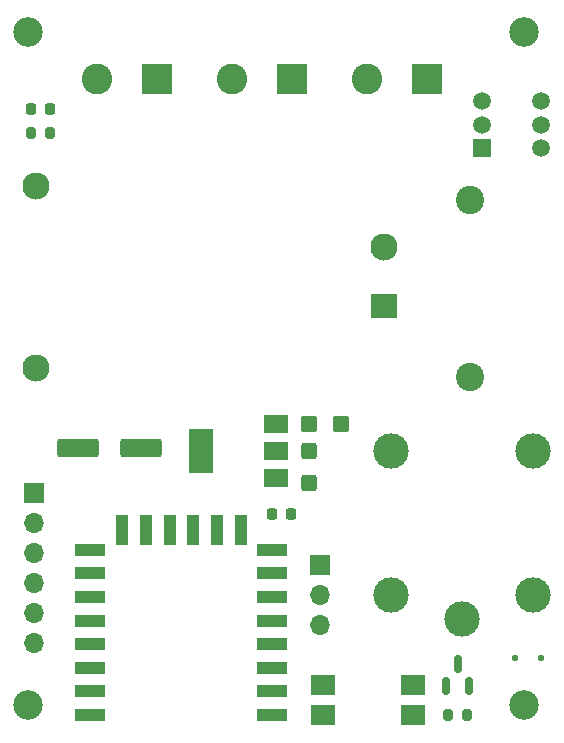
<source format=gts>
G04 #@! TF.GenerationSoftware,KiCad,Pcbnew,7.0.8*
G04 #@! TF.CreationDate,2024-05-10T00:52:19-03:00*
G04 #@! TF.ProjectId,on_off_module_x1,6f6e5f6f-6666-45f6-9d6f-64756c655f78,1.0*
G04 #@! TF.SameCoordinates,Original*
G04 #@! TF.FileFunction,Soldermask,Top*
G04 #@! TF.FilePolarity,Negative*
%FSLAX46Y46*%
G04 Gerber Fmt 4.6, Leading zero omitted, Abs format (unit mm)*
G04 Created by KiCad (PCBNEW 7.0.8) date 2024-05-10 00:52:19*
%MOMM*%
%LPD*%
G01*
G04 APERTURE LIST*
G04 Aperture macros list*
%AMRoundRect*
0 Rectangle with rounded corners*
0 $1 Rounding radius*
0 $2 $3 $4 $5 $6 $7 $8 $9 X,Y pos of 4 corners*
0 Add a 4 corners polygon primitive as box body*
4,1,4,$2,$3,$4,$5,$6,$7,$8,$9,$2,$3,0*
0 Add four circle primitives for the rounded corners*
1,1,$1+$1,$2,$3*
1,1,$1+$1,$4,$5*
1,1,$1+$1,$6,$7*
1,1,$1+$1,$8,$9*
0 Add four rect primitives between the rounded corners*
20,1,$1+$1,$2,$3,$4,$5,0*
20,1,$1+$1,$4,$5,$6,$7,0*
20,1,$1+$1,$6,$7,$8,$9,0*
20,1,$1+$1,$8,$9,$2,$3,0*%
G04 Aperture macros list end*
%ADD10RoundRect,0.225000X-0.225000X-0.250000X0.225000X-0.250000X0.225000X0.250000X-0.225000X0.250000X0*%
%ADD11RoundRect,0.150000X0.150000X-0.587500X0.150000X0.587500X-0.150000X0.587500X-0.150000X-0.587500X0*%
%ADD12C,2.500000*%
%ADD13RoundRect,0.125000X0.125000X0.125000X-0.125000X0.125000X-0.125000X-0.125000X0.125000X-0.125000X0*%
%ADD14R,1.700000X1.700000*%
%ADD15O,1.700000X1.700000*%
%ADD16RoundRect,0.218750X0.218750X0.256250X-0.218750X0.256250X-0.218750X-0.256250X0.218750X-0.256250X0*%
%ADD17C,3.000000*%
%ADD18C,2.600000*%
%ADD19R,2.600000X2.600000*%
%ADD20R,2.000000X1.500000*%
%ADD21R,2.000000X3.800000*%
%ADD22RoundRect,0.200000X-0.200000X-0.275000X0.200000X-0.275000X0.200000X0.275000X-0.200000X0.275000X0*%
%ADD23RoundRect,0.250000X-0.425000X0.450000X-0.425000X-0.450000X0.425000X-0.450000X0.425000X0.450000X0*%
%ADD24R,2.500000X1.100000*%
%ADD25R,1.100000X2.500000*%
%ADD26C,2.400000*%
%ADD27R,2.000000X1.780000*%
%ADD28R,2.300000X2.000000*%
%ADD29C,2.300000*%
%ADD30RoundRect,0.250000X-0.450000X-0.425000X0.450000X-0.425000X0.450000X0.425000X-0.450000X0.425000X0*%
%ADD31RoundRect,0.250000X-1.500000X-0.550000X1.500000X-0.550000X1.500000X0.550000X-1.500000X0.550000X0*%
%ADD32R,1.500000X1.500000*%
%ADD33C,1.500000*%
G04 APERTURE END LIST*
D10*
X150508000Y-102664198D03*
X152058000Y-102664198D03*
D11*
X165252000Y-117226998D03*
X167152000Y-117226998D03*
X166202000Y-115351998D03*
D12*
X129837999Y-61840352D03*
D13*
X173279500Y-114811498D03*
X171079500Y-114811498D03*
D14*
X154518000Y-106937498D03*
D15*
X154518000Y-109477498D03*
X154518000Y-112017498D03*
D12*
X171837999Y-118840352D03*
D16*
X131663500Y-68329498D03*
X130088500Y-68329498D03*
D17*
X166552000Y-111535498D03*
X160552000Y-97335498D03*
X172552000Y-97335498D03*
X172552000Y-109535498D03*
X160552000Y-109535498D03*
D18*
X135703000Y-65786000D03*
D19*
X140783000Y-65786000D03*
D14*
X130364000Y-100886198D03*
D15*
X130364000Y-103426198D03*
X130364000Y-105966198D03*
X130364000Y-108506198D03*
X130364000Y-111046198D03*
X130364000Y-113586198D03*
D18*
X158558000Y-65786000D03*
D19*
X163638000Y-65786000D03*
D20*
X150786000Y-99585498D03*
X150786000Y-97285498D03*
D21*
X144486000Y-97285498D03*
D20*
X150786000Y-94985498D03*
D22*
X165377000Y-119637498D03*
X167027000Y-119637498D03*
D23*
X153652000Y-97285498D03*
X153652000Y-99985498D03*
D24*
X150508000Y-119660998D03*
X150508000Y-117660998D03*
X150508000Y-115660998D03*
X150508000Y-113660998D03*
X150508000Y-111660998D03*
X150508000Y-109660998D03*
X150508000Y-107660998D03*
X150508000Y-105660998D03*
X135108000Y-105660998D03*
X135108000Y-107660998D03*
X135108000Y-109660998D03*
X135108000Y-111660998D03*
X135108000Y-113660998D03*
X135108000Y-115660998D03*
X135108000Y-117660998D03*
X135108000Y-119660998D03*
D25*
X147818000Y-103960998D03*
X145818000Y-103960998D03*
X143818000Y-103960998D03*
X141818000Y-103960998D03*
X139818000Y-103960998D03*
X137818000Y-103960998D03*
D26*
X167218000Y-91053498D03*
X167218000Y-76053498D03*
D27*
X154772000Y-117097498D03*
X154772000Y-119637498D03*
X162392000Y-119637498D03*
X162392000Y-117097498D03*
D28*
X159936500Y-85053498D03*
D29*
X159936500Y-80053498D03*
X130536500Y-90253498D03*
X130536500Y-74853498D03*
D30*
X153652000Y-94985499D03*
X156352000Y-94985499D03*
D19*
X152208000Y-65786000D03*
D18*
X147128000Y-65786000D03*
D12*
X129837999Y-118840352D03*
X171837999Y-61840352D03*
D31*
X134014000Y-97031498D03*
X139414000Y-97031498D03*
D22*
X130071000Y-70361498D03*
X131721000Y-70361498D03*
D32*
X168290000Y-71676198D03*
D33*
X168290000Y-69676198D03*
X168290000Y-67676198D03*
X173290000Y-71676198D03*
X173290000Y-69676198D03*
X173290000Y-67676198D03*
M02*

</source>
